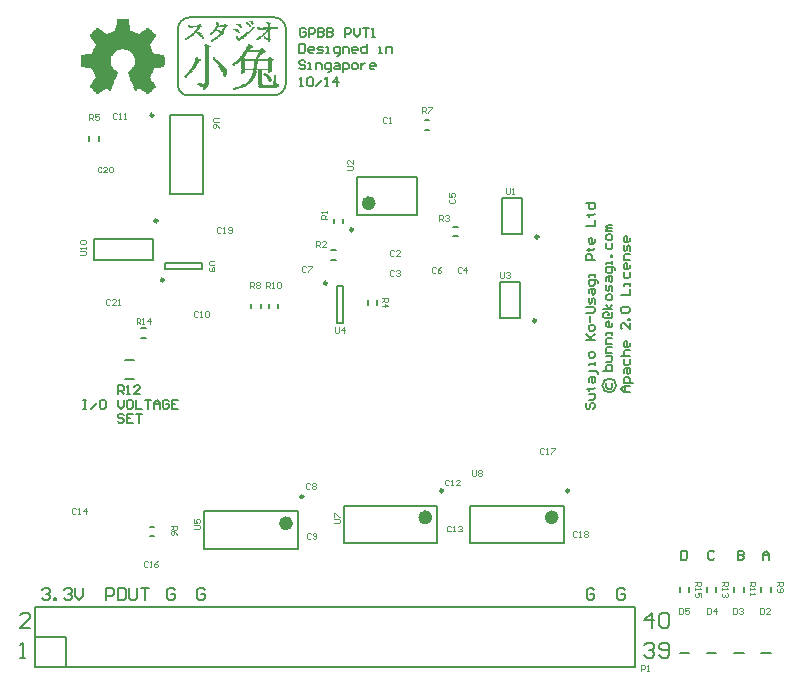
<source format=gto>
%FSLAX25Y25*%
%MOIN*%
G70*
G01*
G75*
G04 Layer_Color=65535*
%ADD10R,0.03937X0.03937*%
%ADD11O,0.02362X0.08661*%
%ADD12R,0.02559X0.04331*%
%ADD13R,0.03937X0.03543*%
%ADD14R,0.03543X0.03937*%
%ADD15R,0.05118X0.07087*%
%ADD16R,0.03937X0.04331*%
%ADD17R,0.03937X0.03937*%
%ADD18R,0.04331X0.02559*%
%ADD19O,0.01378X0.06693*%
%ADD20O,0.06693X0.01772*%
%ADD21R,0.09449X0.03937*%
%ADD22R,0.09449X0.12992*%
%ADD23C,0.03000*%
%ADD24C,0.00700*%
%ADD25C,0.01969*%
%ADD26C,0.05000*%
%ADD27C,0.00800*%
%ADD28C,0.04000*%
%ADD29C,0.02000*%
%ADD30C,0.00787*%
%ADD31C,0.01500*%
%ADD32C,0.01000*%
%ADD33C,0.02500*%
%ADD34C,0.01969*%
%ADD35R,0.05906X0.05906*%
%ADD36C,0.05906*%
%ADD37C,0.07874*%
%ADD38C,0.03000*%
%ADD39R,0.01181X0.04331*%
%ADD40R,0.02756X0.05906*%
%ADD41R,0.06299X0.12205*%
%ADD42C,0.00984*%
%ADD43C,0.02362*%
%ADD44C,0.00500*%
%ADD45R,0.00600X0.00200*%
%ADD46R,0.01000X0.00200*%
%ADD47R,0.01600X0.00200*%
%ADD48R,0.01400X0.00200*%
%ADD49R,0.02000X0.00200*%
%ADD50R,0.02600X0.00200*%
%ADD51R,0.02400X0.00200*%
%ADD52R,0.03000X0.00200*%
%ADD53R,0.03400X0.00200*%
%ADD54R,0.00400X0.00200*%
%ADD55R,0.04000X0.00200*%
%ADD56R,0.04400X0.00200*%
%ADD57R,0.06800X0.00200*%
%ADD58R,0.06600X0.00200*%
%ADD59R,0.07000X0.00200*%
%ADD60R,0.07200X0.00200*%
%ADD61R,0.07600X0.00200*%
%ADD62R,0.07400X0.00200*%
%ADD63R,0.08000X0.00200*%
%ADD64R,0.07800X0.00200*%
%ADD65R,0.08400X0.00200*%
%ADD66R,0.09200X0.00200*%
%ADD67R,0.10200X0.00200*%
%ADD68R,0.10000X0.00200*%
%ADD69R,0.09800X0.00200*%
%ADD70R,0.10400X0.00200*%
%ADD71R,0.09000X0.00200*%
%ADD72R,0.19000X0.00200*%
%ADD73R,0.18600X0.00200*%
%ADD74R,0.18200X0.00200*%
%ADD75R,0.18400X0.00200*%
%ADD76R,0.19200X0.00200*%
%ADD77R,0.19400X0.00200*%
%ADD78R,0.19800X0.00200*%
%ADD79R,0.20000X0.00200*%
%ADD80R,0.20200X0.00200*%
%ADD81R,0.20600X0.00200*%
%ADD82R,0.21000X0.00200*%
%ADD83R,0.21400X0.00200*%
%ADD84R,0.21800X0.00200*%
%ADD85R,0.22200X0.00200*%
%ADD86R,0.04800X0.00200*%
%ADD87R,0.08600X0.00200*%
%ADD88R,0.03800X0.00200*%
%ADD89R,0.05800X0.00200*%
%ADD90R,0.02800X0.00200*%
%ADD91R,0.05000X0.00200*%
%ADD92R,0.01800X0.00200*%
%ADD93R,0.04600X0.00200*%
%ADD94R,0.04200X0.00200*%
%ADD95R,0.00800X0.00200*%
%ADD96R,0.05400X0.00200*%
%ADD97R,0.02200X0.00200*%
%ADD98R,0.06400X0.00200*%
%ADD99R,0.03600X0.00200*%
%ADD100R,0.01200X0.00200*%
%ADD101R,0.11800X0.00200*%
%ADD102R,0.11600X0.00200*%
%ADD103R,0.00200X0.00200*%
%ADD104C,0.00492*%
%ADD105C,0.00600*%
D27*
X534181Y141032D02*
Y151150D01*
X727063Y148197D02*
X727896Y149030D01*
X729562D01*
X730395Y148197D01*
Y147364D01*
X729562Y146531D01*
X728729D01*
X729562D01*
X730395Y145698D01*
Y144865D01*
X729562Y144032D01*
X727896D01*
X727063Y144865D01*
X732061D02*
X732894Y144032D01*
X734561D01*
X735394Y144865D01*
Y148197D01*
X734561Y149030D01*
X732894D01*
X732061Y148197D01*
Y147364D01*
X732894Y146531D01*
X735394D01*
X729562Y154032D02*
Y159030D01*
X727063Y156531D01*
X730395D01*
X732061Y158197D02*
X732894Y159030D01*
X734561D01*
X735394Y158197D01*
Y154865D01*
X734561Y154032D01*
X732894D01*
X732061Y154865D01*
Y158197D01*
X522395Y154032D02*
X519063D01*
X522395Y157364D01*
Y158197D01*
X521562Y159030D01*
X519896D01*
X519063Y158197D01*
Y144032D02*
X520729D01*
X519896D01*
Y149030D01*
X519063Y148197D01*
D30*
X571592Y334986D02*
G03*
X575006Y331572I3414J0D01*
G01*
X575592Y357572D02*
G03*
X571592Y353572I0J-4000D01*
G01*
X607592D02*
G03*
X603592Y357572I-4000J0D01*
G01*
Y331572D02*
G03*
X607592Y335572I0J4000D01*
G01*
X543630Y276740D02*
Y283827D01*
X563315Y276740D02*
Y283827D01*
X543630Y276740D02*
X563315D01*
X543630Y283827D02*
X563315D01*
X567449Y275756D02*
X579654D01*
X567449Y273787D02*
X579654D01*
Y275756D01*
X567449Y273787D02*
Y275756D01*
X738905Y166110D02*
Y167685D01*
X742055Y166110D02*
Y167685D01*
X559378Y253906D02*
X560953D01*
X559378Y250756D02*
X560953D01*
X747961Y166110D02*
Y167685D01*
X751110Y166110D02*
Y167685D01*
X553866Y236976D02*
X557016D01*
X553866Y243276D02*
X557016D01*
X757016Y166110D02*
Y167685D01*
X760165Y166110D02*
Y167685D01*
X601898Y260598D02*
Y262173D01*
X605047Y260598D02*
Y262173D01*
X766071Y166110D02*
Y167685D01*
X769220Y166110D02*
X769220Y167685D01*
X738905Y145638D02*
X742055Y145638D01*
X747961Y145638D02*
X751110Y145638D01*
X757016Y145638D02*
X760165Y145638D01*
X766071Y145638D02*
X769220D01*
X724063Y141032D02*
Y161031D01*
X524063Y141032D02*
Y161031D01*
X724063D01*
X524063Y141032D02*
X724063D01*
X623551Y288945D02*
Y290520D01*
X626701Y288945D02*
Y290520D01*
X663315Y284614D02*
X664890D01*
X663315Y287764D02*
X664890D01*
X634969Y261779D02*
Y263354D01*
X638118Y261779D02*
Y263354D01*
X562134Y187764D02*
X563709D01*
X562134Y184614D02*
X563709Y184614D01*
X595992Y260598D02*
Y262173D01*
X599142Y260598D02*
Y262173D01*
X626504Y255677D02*
Y267882D01*
X624535Y255677D02*
Y267882D01*
Y255677D02*
X626504D01*
X624535Y267882D02*
X626504D01*
X580441Y180283D02*
Y192882D01*
X611543Y180283D02*
Y192882D01*
X580441Y180283D02*
X611543D01*
X580441Y192882D02*
X611543D01*
X626898Y182252D02*
Y194850D01*
X658000Y182252D02*
Y194850D01*
X626898Y182252D02*
X658000D01*
X626898Y194850D02*
X658000D01*
X669024Y182252D02*
Y194850D01*
X700126Y182252D02*
Y194850D01*
X669024Y182252D02*
X700126D01*
X669024Y194850D02*
X700126D01*
X631228Y291701D02*
X651307Y291701D01*
X631228Y304299D02*
X651307D01*
X631228Y291701D02*
X631228Y304299D01*
X651307Y291701D02*
Y304299D01*
X678866Y269457D02*
X685559D01*
X678866Y257252D02*
X685559D01*
X678866D02*
Y269457D01*
X685559Y257252D02*
Y269457D01*
X545205Y316504D02*
Y318079D01*
X542055Y316504D02*
Y318079D01*
X622764Y279890D02*
X624339D01*
X622764Y276740D02*
X624339D01*
X679654Y297409D02*
X686346D01*
X679654Y285205D02*
X686346D01*
X679654D02*
Y297409D01*
X686346Y285205D02*
Y297409D01*
X568827Y298590D02*
Y324969D01*
X579850Y298590D02*
Y324969D01*
X568827D02*
X579850D01*
X568827Y298590D02*
X579850D01*
X571592Y334986D02*
Y353572D01*
X575592Y357572D02*
X603592D01*
X607592Y335572D02*
Y353572D01*
X575006Y331572D02*
X603592D01*
X523945Y151150D02*
X534181D01*
X653866Y320047D02*
X655441D01*
X653866Y323197D02*
X655441D01*
X547567Y163354D02*
Y167290D01*
X549535D01*
X550191Y166634D01*
Y165322D01*
X549535Y164666D01*
X547567D01*
X551503Y167290D02*
Y163354D01*
X553471D01*
X554127Y164010D01*
Y166634D01*
X553471Y167290D01*
X551503D01*
X555438D02*
Y164010D01*
X556094Y163354D01*
X557406D01*
X558062Y164010D01*
Y167290D01*
X559374D02*
X561998D01*
X560686D01*
Y163354D01*
X526307Y166634D02*
X526963Y167290D01*
X528275D01*
X528931Y166634D01*
Y165978D01*
X528275Y165322D01*
X527619D01*
X528275D01*
X528931Y164666D01*
Y164010D01*
X528275Y163354D01*
X526963D01*
X526307Y164010D01*
X530243Y163354D02*
Y164010D01*
X530899D01*
Y163354D01*
X530243D01*
X533523Y166634D02*
X534179Y167290D01*
X535491D01*
X536146Y166634D01*
Y165978D01*
X535491Y165322D01*
X534834D01*
X535491D01*
X536146Y164666D01*
Y164010D01*
X535491Y163354D01*
X534179D01*
X533523Y164010D01*
X537458Y167290D02*
Y164666D01*
X538770Y163354D01*
X540082Y164666D01*
Y167290D01*
X580506Y166634D02*
X579850Y167290D01*
X578538D01*
X577882Y166634D01*
Y164010D01*
X578538Y163354D01*
X579850D01*
X580506Y164010D01*
Y165322D01*
X579194D01*
X570663Y166634D02*
X570007Y167290D01*
X568695D01*
X568039Y166634D01*
Y164010D01*
X568695Y163354D01*
X570007D01*
X570663Y164010D01*
Y165322D01*
X569351D01*
X710427Y166634D02*
X709771Y167290D01*
X708459D01*
X707803Y166634D01*
Y164010D01*
X708459Y163354D01*
X709771D01*
X710427Y164010D01*
Y165322D01*
X709115D01*
X720663Y166634D02*
X720007Y167290D01*
X718695D01*
X718039Y166634D01*
Y164010D01*
X718695Y163354D01*
X720007D01*
X720663Y164010D01*
Y165322D01*
X719351D01*
D42*
X564811Y289732D02*
G03*
X564811Y289732I-492J0D01*
G01*
X566858Y270047D02*
G03*
X566858Y270047I-492J0D01*
G01*
X621287Y268965D02*
G03*
X621287Y268965I-492J0D01*
G01*
X613413Y197803D02*
G03*
X613413Y197803I-492J0D01*
G01*
X659870Y199772D02*
G03*
X659870Y199772I-492J0D01*
G01*
X701996D02*
G03*
X701996Y199772I-492J0D01*
G01*
X629949Y286779D02*
G03*
X629949Y286779I-492J0D01*
G01*
X690972Y256465D02*
G03*
X690972Y256465I-492J0D01*
G01*
X691760Y284417D02*
G03*
X691760Y284417I-492J0D01*
G01*
X563413Y324969D02*
G03*
X563413Y324969I-492J0D01*
G01*
D43*
X608787Y188945D02*
G03*
X608787Y188945I-1181J0D01*
G01*
X655244Y190913D02*
G03*
X655244Y190913I-1181J0D01*
G01*
X697370D02*
G03*
X697370Y190913I-1181J0D01*
G01*
X636346Y295638D02*
G03*
X636346Y295638I-1181J0D01*
G01*
D44*
X717678Y234878D02*
G03*
X717678Y234878I-2296J0D01*
G01*
X722272Y232646D02*
X720272D01*
X719273Y233645D01*
X720272Y234645D01*
X722272D01*
X720772D01*
Y232646D01*
X723271Y235645D02*
X720272D01*
Y237144D01*
X720772Y237644D01*
X721772D01*
X722272Y237144D01*
Y235645D01*
X720272Y239144D02*
Y240143D01*
X720772Y240643D01*
X722272D01*
Y239144D01*
X721772Y238644D01*
X721272Y239144D01*
Y240643D01*
X720272Y243642D02*
Y242143D01*
X720772Y241643D01*
X721772D01*
X722272Y242143D01*
Y243642D01*
X719273Y244642D02*
X722272D01*
X720772D01*
X720272Y245142D01*
Y246141D01*
X720772Y246641D01*
X722272D01*
Y249140D02*
Y248141D01*
X721772Y247641D01*
X720772D01*
X720272Y248141D01*
Y249140D01*
X720772Y249640D01*
X721272D01*
Y247641D01*
X722272Y255638D02*
Y253639D01*
X720272Y255638D01*
X719772D01*
X719273Y255138D01*
Y254139D01*
X719772Y253639D01*
X722272Y256638D02*
X721772D01*
Y257138D01*
X722272D01*
Y256638D01*
X719772Y259137D02*
X719273Y259637D01*
Y260637D01*
X719772Y261137D01*
X721772D01*
X722272Y260637D01*
Y259637D01*
X721772Y259137D01*
X719772D01*
X719273Y265135D02*
X722272D01*
Y267134D01*
Y268134D02*
Y269134D01*
Y268634D01*
X720272D01*
Y268134D01*
Y272633D02*
Y271133D01*
X720772Y270633D01*
X721772D01*
X722272Y271133D01*
Y272633D01*
Y275132D02*
Y274132D01*
X721772Y273632D01*
X720772D01*
X720272Y274132D01*
Y275132D01*
X720772Y275632D01*
X721272D01*
Y273632D01*
X722272Y276631D02*
X720272D01*
Y278131D01*
X720772Y278631D01*
X722272D01*
Y279630D02*
Y281130D01*
X721772Y281630D01*
X721272Y281130D01*
Y280130D01*
X720772Y279630D01*
X720272Y280130D01*
Y281630D01*
X722272Y284129D02*
Y283129D01*
X721772Y282629D01*
X720772D01*
X720272Y283129D01*
Y284129D01*
X720772Y284629D01*
X721272D01*
Y282629D01*
X714367Y235826D02*
Y234327D01*
X714867Y233827D01*
X715866D01*
X716366Y234327D01*
Y235826D01*
X713367Y239825D02*
X716366D01*
Y241324D01*
X715866Y241824D01*
X715367D01*
X714867D01*
X714367Y241324D01*
Y239825D01*
Y242824D02*
X715866D01*
X716366Y243324D01*
Y244823D01*
X714367D01*
X716366Y245823D02*
X714367D01*
Y247322D01*
X714867Y247822D01*
X716366D01*
Y248822D02*
X714367D01*
Y250322D01*
X714867Y250821D01*
X716366D01*
Y251821D02*
Y252821D01*
Y252321D01*
X714367D01*
Y251821D01*
X716366Y255820D02*
Y254820D01*
X715866Y254320D01*
X714867D01*
X714367Y254820D01*
Y255820D01*
X714867Y256319D01*
X715367D01*
Y254320D01*
Y258819D02*
X714867D01*
Y258319D01*
X715367D01*
Y258819D01*
X714867Y259318D01*
X713867D01*
X713367Y258819D01*
Y257819D01*
X713867Y257319D01*
X715866D01*
X716366Y257819D01*
Y259318D01*
Y260318D02*
X713367D01*
X715367D02*
X714367Y261818D01*
X715367Y260318D02*
X716366Y261818D01*
Y263817D02*
Y264817D01*
X715866Y265317D01*
X714867D01*
X714367Y264817D01*
Y263817D01*
X714867Y263317D01*
X715866D01*
X716366Y263817D01*
Y266316D02*
Y267816D01*
X715866Y268316D01*
X715367Y267816D01*
Y266816D01*
X714867Y266316D01*
X714367Y266816D01*
Y268316D01*
Y269815D02*
Y270815D01*
X714867Y271315D01*
X716366D01*
Y269815D01*
X715866Y269315D01*
X715367Y269815D01*
Y271315D01*
X717366Y273314D02*
Y273814D01*
X716866Y274314D01*
X714367D01*
Y272814D01*
X714867Y272314D01*
X715866D01*
X716366Y272814D01*
Y274314D01*
Y275313D02*
Y276313D01*
Y275813D01*
X714367D01*
Y275313D01*
X716366Y277813D02*
X715866D01*
Y278312D01*
X716366D01*
Y277813D01*
X714367Y282311D02*
Y280812D01*
X714867Y280312D01*
X715866D01*
X716366Y280812D01*
Y282311D01*
Y283811D02*
Y284810D01*
X715866Y285310D01*
X714867D01*
X714367Y284810D01*
Y283811D01*
X714867Y283311D01*
X715866D01*
X716366Y283811D01*
Y286310D02*
X714367D01*
Y286810D01*
X714867Y287310D01*
X716366D01*
X714867D01*
X714367Y287809D01*
X714867Y288309D01*
X716366D01*
X708060Y229133D02*
X707560Y228633D01*
Y227634D01*
X708060Y227134D01*
X708560D01*
X709059Y227634D01*
Y228633D01*
X709559Y229133D01*
X710059D01*
X710559Y228633D01*
Y227634D01*
X710059Y227134D01*
X708560Y230133D02*
X710059D01*
X710559Y230633D01*
Y232132D01*
X708560D01*
X708060Y233632D02*
X708560D01*
Y233132D01*
Y234132D01*
Y233632D01*
X710059D01*
X710559Y234132D01*
X708560Y236131D02*
Y237131D01*
X709059Y237631D01*
X710559D01*
Y236131D01*
X710059Y235631D01*
X709559Y236131D01*
Y237631D01*
X711559Y238630D02*
Y239130D01*
X711059Y239630D01*
X708560D01*
X710559Y241629D02*
Y242629D01*
Y242129D01*
X708560D01*
Y241629D01*
X710559Y244628D02*
Y245628D01*
X710059Y246128D01*
X709059D01*
X708560Y245628D01*
Y244628D01*
X709059Y244128D01*
X710059D01*
X710559Y244628D01*
X707560Y250126D02*
X710559D01*
X709559D01*
X707560Y252126D01*
X709059Y250626D01*
X710559Y252126D01*
Y253625D02*
Y254625D01*
X710059Y255125D01*
X709059D01*
X708560Y254625D01*
Y253625D01*
X709059Y253126D01*
X710059D01*
X710559Y253625D01*
X709059Y256124D02*
Y258124D01*
X707560Y259123D02*
X710059D01*
X710559Y259623D01*
Y260623D01*
X710059Y261123D01*
X707560D01*
X710559Y262123D02*
Y263622D01*
X710059Y264122D01*
X709559Y263622D01*
Y262622D01*
X709059Y262123D01*
X708560Y262622D01*
Y264122D01*
Y265621D02*
Y266621D01*
X709059Y267121D01*
X710559D01*
Y265621D01*
X710059Y265122D01*
X709559Y265621D01*
Y267121D01*
X711559Y269120D02*
Y269620D01*
X711059Y270120D01*
X708560D01*
Y268620D01*
X709059Y268121D01*
X710059D01*
X710559Y268620D01*
Y270120D01*
Y271120D02*
Y272119D01*
Y271620D01*
X708560D01*
Y271120D01*
X710559Y276618D02*
X707560D01*
Y278117D01*
X708060Y278617D01*
X709059D01*
X709559Y278117D01*
Y276618D01*
X708060Y280117D02*
X708560D01*
Y279617D01*
Y280617D01*
Y280117D01*
X710059D01*
X710559Y280617D01*
Y283616D02*
Y282616D01*
X710059Y282116D01*
X709059D01*
X708560Y282616D01*
Y283616D01*
X709059Y284115D01*
X709559D01*
Y282116D01*
X707560Y288114D02*
X710559D01*
Y290113D01*
X708060Y291613D02*
X708560D01*
Y291113D01*
Y292113D01*
Y291613D01*
X710059D01*
X710559Y292113D01*
X707560Y295612D02*
X710559D01*
Y294112D01*
X710059Y293612D01*
X709059D01*
X708560Y294112D01*
Y295612D01*
X612134Y334614D02*
X613133D01*
X612634D01*
Y337613D01*
X612134Y337113D01*
X614633D02*
X615133Y337613D01*
X616133D01*
X616632Y337113D01*
Y335114D01*
X616133Y334614D01*
X615133D01*
X614633Y335114D01*
Y337113D01*
X617632Y334614D02*
X619631Y336613D01*
X620631Y334614D02*
X621631D01*
X621131D01*
Y337613D01*
X620631Y337113D01*
X624630Y334614D02*
Y337613D01*
X623130Y336114D01*
X625130D01*
X614133Y353649D02*
X613633Y354149D01*
X612634D01*
X612134Y353649D01*
Y351649D01*
X612634Y351150D01*
X613633D01*
X614133Y351649D01*
Y352649D01*
X613133D01*
X615133Y351150D02*
Y354149D01*
X616632D01*
X617132Y353649D01*
Y352649D01*
X616632Y352149D01*
X615133D01*
X618132Y354149D02*
Y351150D01*
X619631D01*
X620131Y351649D01*
Y352149D01*
X619631Y352649D01*
X618132D01*
X619631D01*
X620131Y353149D01*
Y353649D01*
X619631Y354149D01*
X618132D01*
X621131D02*
Y351150D01*
X622631D01*
X623130Y351649D01*
Y352149D01*
X622631Y352649D01*
X621131D01*
X622631D01*
X623130Y353149D01*
Y353649D01*
X622631Y354149D01*
X621131D01*
X627129Y351150D02*
Y354149D01*
X628628D01*
X629128Y353649D01*
Y352649D01*
X628628Y352149D01*
X627129D01*
X630128Y354149D02*
Y352149D01*
X631128Y351150D01*
X632127Y352149D01*
Y354149D01*
X633127D02*
X635126D01*
X634127D01*
Y351150D01*
X636126D02*
X637126D01*
X636626D01*
Y354149D01*
X636126Y353649D01*
X612035Y348735D02*
Y345736D01*
X613535D01*
X614035Y346236D01*
Y348235D01*
X613535Y348735D01*
X612035D01*
X616534Y345736D02*
X615534D01*
X615034Y346236D01*
Y347236D01*
X615534Y347736D01*
X616534D01*
X617034Y347236D01*
Y346736D01*
X615034D01*
X618034Y345736D02*
X619533D01*
X620033Y346236D01*
X619533Y346736D01*
X618533D01*
X618034Y347236D01*
X618533Y347736D01*
X620033D01*
X621032Y345736D02*
X622032D01*
X621532D01*
Y347736D01*
X621032D01*
X624531Y344737D02*
X625031D01*
X625531Y345236D01*
Y347736D01*
X624032D01*
X623532Y347236D01*
Y346236D01*
X624032Y345736D01*
X625531D01*
X626531D02*
Y347736D01*
X628030D01*
X628530Y347236D01*
Y345736D01*
X631029D02*
X630030D01*
X629530Y346236D01*
Y347236D01*
X630030Y347736D01*
X631029D01*
X631529Y347236D01*
Y346736D01*
X629530D01*
X634528Y348735D02*
Y345736D01*
X633029D01*
X632529Y346236D01*
Y347236D01*
X633029Y347736D01*
X634528D01*
X638527Y345736D02*
X639527D01*
X639027D01*
Y347736D01*
X638527D01*
X641026Y345736D02*
Y347736D01*
X642526D01*
X643025Y347236D01*
Y345736D01*
X614035Y342724D02*
X613535Y343223D01*
X612535D01*
X612035Y342724D01*
Y342224D01*
X612535Y341724D01*
X613535D01*
X614035Y341224D01*
Y340724D01*
X613535Y340224D01*
X612535D01*
X612035Y340724D01*
X615034Y340224D02*
X616034D01*
X615534D01*
Y342224D01*
X615034D01*
X617534Y340224D02*
Y342224D01*
X619033D01*
X619533Y341724D01*
Y340224D01*
X621532Y339225D02*
X622032D01*
X622532Y339724D01*
Y342224D01*
X621032D01*
X620533Y341724D01*
Y340724D01*
X621032Y340224D01*
X622532D01*
X624032Y342224D02*
X625031D01*
X625531Y341724D01*
Y340224D01*
X624032D01*
X623532Y340724D01*
X624032Y341224D01*
X625531D01*
X626531Y339225D02*
Y342224D01*
X628030D01*
X628530Y341724D01*
Y340724D01*
X628030Y340224D01*
X626531D01*
X630030D02*
X631029D01*
X631529Y340724D01*
Y341724D01*
X631029Y342224D01*
X630030D01*
X629530Y341724D01*
Y340724D01*
X630030Y340224D01*
X632529Y342224D02*
Y340224D01*
Y341224D01*
X633029Y341724D01*
X633529Y342224D01*
X634028D01*
X637027Y340224D02*
X636028D01*
X635528Y340724D01*
Y341724D01*
X636028Y342224D01*
X637027D01*
X637527Y341724D01*
Y341224D01*
X635528D01*
D45*
X544826Y331931D02*
D03*
X561626D02*
D03*
X604092Y336272D02*
D03*
Y336472D02*
D03*
Y336672D02*
D03*
Y336872D02*
D03*
Y337072D02*
D03*
Y337272D02*
D03*
Y337472D02*
D03*
X587292Y337672D02*
D03*
X604092D02*
D03*
Y337872D02*
D03*
X600492Y338672D02*
D03*
X602092Y339072D02*
D03*
X583492Y343872D02*
D03*
X602292Y344072D02*
D03*
X580892Y348272D02*
D03*
X595292Y348472D02*
D03*
X591892Y349672D02*
D03*
X579892Y350472D02*
D03*
X602092D02*
D03*
Y350672D02*
D03*
Y350872D02*
D03*
Y351072D02*
D03*
Y351272D02*
D03*
Y351472D02*
D03*
Y351672D02*
D03*
X582692Y351872D02*
D03*
X602092D02*
D03*
X582892Y352072D02*
D03*
X602092D02*
D03*
X583092Y352272D02*
D03*
X602092D02*
D03*
X583292Y352472D02*
D03*
X602092D02*
D03*
Y352672D02*
D03*
X583692Y352872D02*
D03*
X596292Y353472D02*
D03*
X584292Y353672D02*
D03*
X596492D02*
D03*
X575892Y353872D02*
D03*
X596692D02*
D03*
X592692Y354072D02*
D03*
X602092D02*
D03*
Y354272D02*
D03*
Y354472D02*
D03*
X595492Y354672D02*
D03*
X602092D02*
D03*
X587292Y354872D02*
D03*
X602092D02*
D03*
Y355072D02*
D03*
X596492Y355272D02*
D03*
X584692Y355672D02*
D03*
D46*
X544826Y332131D02*
D03*
X561626D02*
D03*
X548826Y333331D02*
D03*
X557626D02*
D03*
X544826Y353531D02*
D03*
X561626D02*
D03*
X590692Y333472D02*
D03*
X580492Y333672D02*
D03*
X604092Y335472D02*
D03*
Y335672D02*
D03*
Y335872D02*
D03*
X602292Y336272D02*
D03*
X574292Y337672D02*
D03*
X574492Y337872D02*
D03*
X574692Y338072D02*
D03*
X587292D02*
D03*
X574892Y338272D02*
D03*
X575092Y338472D02*
D03*
X600692D02*
D03*
X575292Y338672D02*
D03*
X575492Y338872D02*
D03*
X593292D02*
D03*
X575892Y339472D02*
D03*
X576092Y339672D02*
D03*
X597292D02*
D03*
X597492Y340672D02*
D03*
Y340872D02*
D03*
Y341072D02*
D03*
Y341272D02*
D03*
Y341472D02*
D03*
X590292Y341672D02*
D03*
X597492D02*
D03*
X590492Y341872D02*
D03*
X597492D02*
D03*
X584292Y343072D02*
D03*
X584092Y343272D02*
D03*
X583892Y343472D02*
D03*
X578092Y343672D02*
D03*
X598292Y344072D02*
D03*
X598492Y344472D02*
D03*
X598692Y344672D02*
D03*
X581092Y348072D02*
D03*
X583292Y349672D02*
D03*
X583692Y349872D02*
D03*
X591892D02*
D03*
X583892Y350072D02*
D03*
X574692Y350272D02*
D03*
X584292D02*
D03*
X598492D02*
D03*
X574892Y350472D02*
D03*
X584492D02*
D03*
X600892D02*
D03*
X575292Y350672D02*
D03*
X584692D02*
D03*
X599092D02*
D03*
X575692Y350872D02*
D03*
X579692D02*
D03*
X599292D02*
D03*
X575892Y351072D02*
D03*
X579692D02*
D03*
X576292Y351272D02*
D03*
X579492D02*
D03*
X576492Y351472D02*
D03*
X579292D02*
D03*
X594092D02*
D03*
X576692Y351672D02*
D03*
X579092D02*
D03*
X594292D02*
D03*
X576892Y351872D02*
D03*
X594692D02*
D03*
X577092Y352072D02*
D03*
X578492D02*
D03*
X594892D02*
D03*
X595092Y352272D02*
D03*
X595292Y352472D02*
D03*
X577692Y352672D02*
D03*
X591692D02*
D03*
X577892Y352872D02*
D03*
X591492D02*
D03*
X578092Y353072D02*
D03*
X578292Y353472D02*
D03*
X586892D02*
D03*
X590692D02*
D03*
X578492Y353672D02*
D03*
X578692Y354072D02*
D03*
X587292Y354272D02*
D03*
X592492Y354472D02*
D03*
X592292Y354672D02*
D03*
X585092Y355072D02*
D03*
X591692D02*
D03*
X595292D02*
D03*
X585092Y355272D02*
D03*
X595092D02*
D03*
X602092D02*
D03*
X584892Y355472D02*
D03*
X601692Y355672D02*
D03*
D47*
X544926Y332331D02*
D03*
X580592Y334072D02*
D03*
X599192Y334872D02*
D03*
X594392Y335072D02*
D03*
X598992D02*
D03*
X604192D02*
D03*
X578792Y335272D02*
D03*
X594792D02*
D03*
X594992Y335472D02*
D03*
X595192Y335672D02*
D03*
X601992Y337072D02*
D03*
Y337272D02*
D03*
X601792Y337472D02*
D03*
X601592Y337672D02*
D03*
X601392Y337872D02*
D03*
X587192Y338672D02*
D03*
Y338872D02*
D03*
Y339072D02*
D03*
X586192Y340872D02*
D03*
X585992Y341272D02*
D03*
X585792Y341472D02*
D03*
X585592Y341672D02*
D03*
X585392Y341872D02*
D03*
X577592Y342072D02*
D03*
X577792Y342472D02*
D03*
X577992Y342672D02*
D03*
X599592Y346472D02*
D03*
X594792Y346672D02*
D03*
X594992Y346872D02*
D03*
X595192Y347072D02*
D03*
X581392Y347472D02*
D03*
X595592Y347872D02*
D03*
X591992Y350072D02*
D03*
X601592Y350272D02*
D03*
X585992Y351672D02*
D03*
X586192Y351872D02*
D03*
X585992Y352472D02*
D03*
X601592Y352872D02*
D03*
X575992Y354072D02*
D03*
X584992Y354272D02*
D03*
X578592Y354672D02*
D03*
D48*
X561626Y332331D02*
D03*
X548626Y333531D02*
D03*
X557826D02*
D03*
X544826Y353331D02*
D03*
X561626D02*
D03*
X580492Y333872D02*
D03*
X581092Y335272D02*
D03*
X598892D02*
D03*
X604092D02*
D03*
X595492Y335872D02*
D03*
X595692Y336072D02*
D03*
X595892Y336272D02*
D03*
Y336472D02*
D03*
X596092Y336672D02*
D03*
X596292Y336872D02*
D03*
X602092D02*
D03*
X596492Y337272D02*
D03*
X596692Y337672D02*
D03*
X601092Y338072D02*
D03*
X600892Y338272D02*
D03*
X587292Y338472D02*
D03*
X576892Y340872D02*
D03*
X577292Y341472D02*
D03*
X577492Y341872D02*
D03*
X585292Y342072D02*
D03*
X577692Y342272D02*
D03*
X585092D02*
D03*
X591292Y342472D02*
D03*
X591492Y342672D02*
D03*
X578092Y343472D02*
D03*
X592892Y343872D02*
D03*
X593092Y344272D02*
D03*
X593292Y344472D02*
D03*
X593492Y344672D02*
D03*
X593692Y344872D02*
D03*
Y345072D02*
D03*
X593892Y345272D02*
D03*
X599092D02*
D03*
X594092Y345472D02*
D03*
X599292D02*
D03*
X594092Y345672D02*
D03*
X594292Y345872D02*
D03*
X594692Y346472D02*
D03*
X581292Y347272D02*
D03*
Y347872D02*
D03*
X595492Y348072D02*
D03*
X601692Y350072D02*
D03*
X577692Y352472D02*
D03*
X585092Y352872D02*
D03*
X601692Y353072D02*
D03*
X590892Y353272D02*
D03*
X591892Y354872D02*
D03*
X601892Y355472D02*
D03*
D49*
X544926Y332531D02*
D03*
X561526D02*
D03*
X544926Y353131D02*
D03*
X591592Y333872D02*
D03*
X592192Y334072D02*
D03*
X592792Y334272D02*
D03*
X604192Y334872D02*
D03*
X578192Y342872D02*
D03*
Y343072D02*
D03*
X599792Y345872D02*
D03*
X595592Y347672D02*
D03*
X591992Y350272D02*
D03*
X577792Y352272D02*
D03*
X585792Y352672D02*
D03*
X584392Y353072D02*
D03*
D50*
X545026Y332731D02*
D03*
D51*
X561526D02*
D03*
X544926Y352931D02*
D03*
X561526D02*
D03*
X580392Y334472D02*
D03*
X592192Y350472D02*
D03*
X599592Y353472D02*
D03*
X586792Y354672D02*
D03*
D52*
X545026Y332931D02*
D03*
X561426D02*
D03*
X545026Y352731D02*
D03*
X580292Y334672D02*
D03*
X576692Y354272D02*
D03*
D53*
X545026Y333131D02*
D03*
X561426D02*
D03*
X545026Y352531D02*
D03*
X561426D02*
D03*
X553226Y356731D02*
D03*
D54*
X548926Y333131D02*
D03*
X557526D02*
D03*
X544726Y353731D02*
D03*
X561726D02*
D03*
X602192Y335872D02*
D03*
X592992Y338672D02*
D03*
X590192Y341472D02*
D03*
X577792Y344072D02*
D03*
X601792Y349472D02*
D03*
X574392Y350072D02*
D03*
X591192Y350672D02*
D03*
Y350872D02*
D03*
X582592Y351672D02*
D03*
X596792Y354072D02*
D03*
X598392D02*
D03*
X595592Y354472D02*
D03*
X575192Y354672D02*
D03*
X578792Y354872D02*
D03*
X594592Y355672D02*
D03*
D55*
X545126Y333331D02*
D03*
X561326D02*
D03*
X553326Y355931D02*
D03*
D56*
X545126Y333531D02*
D03*
X561326D02*
D03*
X545126Y352131D02*
D03*
X561326D02*
D03*
X553326Y354731D02*
D03*
X577192Y354472D02*
D03*
D57*
X546126Y333731D02*
D03*
X547126Y336531D02*
D03*
X559326D02*
D03*
X547326Y336931D02*
D03*
X559126D02*
D03*
X547526Y337131D02*
D03*
Y337331D02*
D03*
X558926D02*
D03*
X547526Y337531D02*
D03*
X558926D02*
D03*
X553326Y352531D02*
D03*
X601792Y334672D02*
D03*
X597192Y346272D02*
D03*
D58*
X560426Y333731D02*
D03*
X559026Y337131D02*
D03*
X601692Y334472D02*
D03*
D59*
X546026Y333931D02*
D03*
X560426D02*
D03*
X559826Y335731D02*
D03*
X546826Y335931D02*
D03*
X559626D02*
D03*
X546826Y336131D02*
D03*
X559626D02*
D03*
X547026Y336331D02*
D03*
X559426D02*
D03*
X547226Y336731D02*
D03*
X559226D02*
D03*
X597292Y346072D02*
D03*
X601692Y353672D02*
D03*
D60*
X545926Y334131D02*
D03*
X560526D02*
D03*
X546326Y335131D02*
D03*
X560126D02*
D03*
X546526Y335331D02*
D03*
Y335531D02*
D03*
X559926D02*
D03*
X546726Y335731D02*
D03*
X547526Y337731D02*
D03*
X558926D02*
D03*
X547526Y337931D02*
D03*
X558926D02*
D03*
X546726Y339931D02*
D03*
X559726D02*
D03*
X546726Y340131D02*
D03*
X559926D02*
D03*
X546526Y345331D02*
D03*
X559926D02*
D03*
X546726Y345531D02*
D03*
X559726D02*
D03*
X546926Y345731D02*
D03*
D61*
X545926Y334331D02*
D03*
X560526D02*
D03*
X547526Y338331D02*
D03*
X558926D02*
D03*
X547526Y338531D02*
D03*
X558926D02*
D03*
X547126Y339531D02*
D03*
X559326D02*
D03*
X546926Y339731D02*
D03*
X547126Y346131D02*
D03*
X559326D02*
D03*
D62*
X546026Y334531D02*
D03*
X560426D02*
D03*
X546226Y334731D02*
D03*
X560426D02*
D03*
X546226Y334931D02*
D03*
X560226D02*
D03*
X560026Y335331D02*
D03*
X547626Y338131D02*
D03*
X559026D02*
D03*
X559626Y339731D02*
D03*
X546426Y340331D02*
D03*
X560026D02*
D03*
X559626Y345731D02*
D03*
X547026Y345931D02*
D03*
X559426D02*
D03*
D63*
X547526Y338731D02*
D03*
X558926D02*
D03*
X547526Y338931D02*
D03*
X558926D02*
D03*
X547526Y339131D02*
D03*
X559126D02*
D03*
X545926Y345131D02*
D03*
X560526D02*
D03*
D64*
X547226Y339331D02*
D03*
X559226D02*
D03*
X547426Y346331D02*
D03*
X559026D02*
D03*
X553226Y352331D02*
D03*
D65*
X545726Y340531D02*
D03*
X560726D02*
D03*
X547726Y346531D02*
D03*
X558726D02*
D03*
D66*
X545126Y340731D02*
D03*
X561326D02*
D03*
X558326Y346731D02*
D03*
D67*
X544626Y340931D02*
D03*
X561826D02*
D03*
X544426Y341131D02*
D03*
X562026D02*
D03*
X544426Y341331D02*
D03*
X562026D02*
D03*
X544426Y341531D02*
D03*
Y344131D02*
D03*
X562026D02*
D03*
X544426Y344331D02*
D03*
X562026D02*
D03*
Y344531D02*
D03*
X597892Y339872D02*
D03*
Y340072D02*
D03*
D68*
X562126Y341531D02*
D03*
X544326Y341731D02*
D03*
X562126D02*
D03*
X544326Y341931D02*
D03*
X562126D02*
D03*
X544326Y342131D02*
D03*
X562126D02*
D03*
X544326Y342331D02*
D03*
X562126D02*
D03*
X544326Y342531D02*
D03*
Y342731D02*
D03*
Y342931D02*
D03*
Y343131D02*
D03*
X562126D02*
D03*
X544326Y343331D02*
D03*
X562126D02*
D03*
X544326Y343531D02*
D03*
X562126D02*
D03*
X544326Y343731D02*
D03*
X562126D02*
D03*
X544326Y343931D02*
D03*
X562126D02*
D03*
X544726Y344731D02*
D03*
X561726D02*
D03*
D69*
X562226Y342531D02*
D03*
Y342731D02*
D03*
Y342931D02*
D03*
X553226Y351931D02*
D03*
D70*
X544526Y344531D02*
D03*
D71*
X545426Y344931D02*
D03*
X561226D02*
D03*
X548226Y346731D02*
D03*
D72*
X553226Y346931D02*
D03*
Y347131D02*
D03*
Y348931D02*
D03*
D73*
Y347331D02*
D03*
Y347531D02*
D03*
Y348731D02*
D03*
D74*
Y347731D02*
D03*
Y347931D02*
D03*
Y348131D02*
D03*
Y348331D02*
D03*
D75*
X553326Y348531D02*
D03*
D76*
Y349131D02*
D03*
D77*
X553226Y349331D02*
D03*
D78*
Y349531D02*
D03*
D79*
X553326Y349731D02*
D03*
D80*
X553226Y349931D02*
D03*
D81*
Y350131D02*
D03*
D82*
Y350331D02*
D03*
Y350531D02*
D03*
D83*
Y350731D02*
D03*
Y351731D02*
D03*
D84*
Y350931D02*
D03*
Y351131D02*
D03*
Y351531D02*
D03*
D85*
Y351331D02*
D03*
D86*
X545126Y351931D02*
D03*
X561326D02*
D03*
X553326Y353731D02*
D03*
D87*
X553226Y352131D02*
D03*
D88*
X545026Y352331D02*
D03*
X561426D02*
D03*
X553226Y356131D02*
D03*
Y356331D02*
D03*
Y356531D02*
D03*
X579892Y335072D02*
D03*
D89*
X553226Y352731D02*
D03*
X601692Y334072D02*
D03*
D90*
X561526Y352731D02*
D03*
D91*
X553226Y352931D02*
D03*
Y353131D02*
D03*
Y353331D02*
D03*
Y353531D02*
D03*
X602492Y353872D02*
D03*
D92*
X561626Y353131D02*
D03*
X591092Y333672D02*
D03*
X593292Y334472D02*
D03*
X593692Y334672D02*
D03*
X594092Y334872D02*
D03*
X587092Y339272D02*
D03*
Y339472D02*
D03*
X586892Y339672D02*
D03*
Y339872D02*
D03*
X586692Y340072D02*
D03*
Y340272D02*
D03*
X586492Y340472D02*
D03*
X586292Y340672D02*
D03*
X586092Y341072D02*
D03*
X578292Y343272D02*
D03*
X592892Y343672D02*
D03*
X599492Y345672D02*
D03*
X595292Y347272D02*
D03*
X595492Y347472D02*
D03*
X581492Y347672D02*
D03*
D93*
X553226Y353931D02*
D03*
Y354131D02*
D03*
Y354331D02*
D03*
Y354531D02*
D03*
D94*
Y354931D02*
D03*
Y355131D02*
D03*
Y355331D02*
D03*
Y355531D02*
D03*
Y355731D02*
D03*
D95*
X580392Y333472D02*
D03*
X602192Y336072D02*
D03*
X603992D02*
D03*
X574192Y337472D02*
D03*
X587192Y337872D02*
D03*
X583592Y343672D02*
D03*
X597992D02*
D03*
X577992Y343872D02*
D03*
X598192D02*
D03*
X602392D02*
D03*
X598392Y344272D02*
D03*
X599592Y346872D02*
D03*
X595392Y348272D02*
D03*
X582992Y349472D02*
D03*
X601792Y349672D02*
D03*
X598192Y350072D02*
D03*
X598792Y350472D02*
D03*
X579792Y350672D02*
D03*
X600592D02*
D03*
X584992Y350872D02*
D03*
X585192Y351072D02*
D03*
X599592D02*
D03*
X585392Y351272D02*
D03*
X599792D02*
D03*
X585592Y351472D02*
D03*
X599992D02*
D03*
X600192Y351672D02*
D03*
X600392Y351872D02*
D03*
X600592Y352072D02*
D03*
X600792Y352272D02*
D03*
X591792Y352472D02*
D03*
X600992D02*
D03*
X583592Y352672D02*
D03*
X595592D02*
D03*
X601192D02*
D03*
X586592Y352872D02*
D03*
X595792D02*
D03*
X586592Y353072D02*
D03*
X595992D02*
D03*
X578192Y353272D02*
D03*
X583992D02*
D03*
X586792D02*
D03*
X596192D02*
D03*
X598992D02*
D03*
X584192Y353472D02*
D03*
X586992Y353672D02*
D03*
X578592Y353872D02*
D03*
X584392D02*
D03*
X587192D02*
D03*
X598592D02*
D03*
X584592Y354072D02*
D03*
X587192D02*
D03*
X592592Y354272D02*
D03*
X584792Y354672D02*
D03*
X584992Y354872D02*
D03*
X595392D02*
D03*
X594792Y355472D02*
D03*
X596392D02*
D03*
X596192Y355672D02*
D03*
X595792Y356072D02*
D03*
D96*
X601692Y333872D02*
D03*
D97*
X580492Y334272D02*
D03*
D98*
X601792D02*
D03*
D99*
X579992Y334872D02*
D03*
X586192Y354472D02*
D03*
D100*
X581192Y335472D02*
D03*
X598792D02*
D03*
X581192Y335672D02*
D03*
X598792D02*
D03*
X581192Y335872D02*
D03*
X598792D02*
D03*
X581192Y336072D02*
D03*
X598792D02*
D03*
X581192Y336272D02*
D03*
X598792D02*
D03*
X581192Y336472D02*
D03*
X598792D02*
D03*
X602192D02*
D03*
X581192Y336672D02*
D03*
X598792D02*
D03*
X602192D02*
D03*
X581192Y336872D02*
D03*
X598792D02*
D03*
X581192Y337072D02*
D03*
X596392D02*
D03*
X598792D02*
D03*
X581192Y337272D02*
D03*
X598792D02*
D03*
X581192Y337472D02*
D03*
X596592D02*
D03*
X598792D02*
D03*
X581192Y337672D02*
D03*
X598792D02*
D03*
X581192Y337872D02*
D03*
X596792D02*
D03*
X598792D02*
D03*
X581192Y338072D02*
D03*
X596792D02*
D03*
X598792D02*
D03*
X581192Y338272D02*
D03*
X587192D02*
D03*
X596992D02*
D03*
X598792D02*
D03*
X581192Y338472D02*
D03*
X596992D02*
D03*
X598792D02*
D03*
X581192Y338672D02*
D03*
X596992D02*
D03*
X598792D02*
D03*
X581192Y338872D02*
D03*
X597192D02*
D03*
X598792D02*
D03*
X575592Y339072D02*
D03*
X581192D02*
D03*
X593392D02*
D03*
X597192D02*
D03*
X598792D02*
D03*
X575792Y339272D02*
D03*
X581192D02*
D03*
X593392D02*
D03*
X597192D02*
D03*
X598792D02*
D03*
X602392D02*
D03*
X581192Y339472D02*
D03*
X593392D02*
D03*
X597192D02*
D03*
X598792D02*
D03*
X602392D02*
D03*
X581192Y339672D02*
D03*
X593392D02*
D03*
X598792D02*
D03*
X602392D02*
D03*
X576192Y339872D02*
D03*
X581192D02*
D03*
X576392Y340072D02*
D03*
X581192D02*
D03*
X576592Y340272D02*
D03*
X581192D02*
D03*
X593392D02*
D03*
X597392D02*
D03*
X602392D02*
D03*
X576592Y340472D02*
D03*
X581192D02*
D03*
X593392D02*
D03*
X597392D02*
D03*
X602392D02*
D03*
X576792Y340672D02*
D03*
X581192D02*
D03*
X593392D02*
D03*
X602392D02*
D03*
X581192Y340872D02*
D03*
X593392D02*
D03*
X602392D02*
D03*
X576992Y341072D02*
D03*
X581192D02*
D03*
X593392D02*
D03*
X602392D02*
D03*
X577192Y341272D02*
D03*
X581192D02*
D03*
X593392D02*
D03*
X602392D02*
D03*
X581192Y341472D02*
D03*
X593392D02*
D03*
X602392D02*
D03*
X577392Y341672D02*
D03*
X581192D02*
D03*
X593392D02*
D03*
X602392D02*
D03*
X581192Y341872D02*
D03*
X593392D02*
D03*
X602392D02*
D03*
X581192Y342072D02*
D03*
X590792D02*
D03*
X593392D02*
D03*
X597592D02*
D03*
X602392D02*
D03*
X581192Y342272D02*
D03*
X590992D02*
D03*
X593392D02*
D03*
X597592D02*
D03*
X602392D02*
D03*
X581192Y342472D02*
D03*
X584792D02*
D03*
X593392D02*
D03*
X597592D02*
D03*
X602392D02*
D03*
X581192Y342672D02*
D03*
X584592D02*
D03*
X593392D02*
D03*
X597592D02*
D03*
X602392D02*
D03*
X581192Y342872D02*
D03*
X584392D02*
D03*
X591792D02*
D03*
X593392D02*
D03*
X597592D02*
D03*
X602392D02*
D03*
X581192Y343072D02*
D03*
Y343272D02*
D03*
Y343472D02*
D03*
Y343672D02*
D03*
X602392D02*
D03*
X581192Y343872D02*
D03*
Y344072D02*
D03*
X592992D02*
D03*
X581192Y344272D02*
D03*
Y344472D02*
D03*
Y344672D02*
D03*
Y344872D02*
D03*
X598792D02*
D03*
X581192Y345072D02*
D03*
X598992D02*
D03*
X581192Y345272D02*
D03*
Y345472D02*
D03*
Y345672D02*
D03*
Y345872D02*
D03*
Y346072D02*
D03*
Y346272D02*
D03*
Y346472D02*
D03*
Y346672D02*
D03*
X599592D02*
D03*
X581192Y346872D02*
D03*
Y347072D02*
D03*
X601792Y349872D02*
D03*
X592992Y350672D02*
D03*
X593192Y350872D02*
D03*
X593592Y351072D02*
D03*
X593792Y351272D02*
D03*
X578792Y351872D02*
D03*
X586192Y352072D02*
D03*
Y352272D02*
D03*
X591392Y353072D02*
D03*
X601792Y353272D02*
D03*
Y353472D02*
D03*
X604192Y354072D02*
D03*
X578992Y354272D02*
D03*
X595992Y355872D02*
D03*
D101*
X597292Y343072D02*
D03*
X597492Y343272D02*
D03*
D102*
X597592Y343472D02*
D03*
D103*
X583492Y344072D02*
D03*
X599492Y347072D02*
D03*
X582892Y349272D02*
D03*
X598092Y349872D02*
D03*
X600492Y350872D02*
D03*
X596492Y355072D02*
D03*
D104*
X538906Y278315D02*
X540546D01*
X540874Y278643D01*
Y279299D01*
X540546Y279627D01*
X538906D01*
X540874Y280283D02*
Y280939D01*
Y280611D01*
X538906D01*
X539234Y280283D01*
Y281923D02*
X538906Y282251D01*
Y282907D01*
X539234Y283235D01*
X540546D01*
X540874Y282907D01*
Y282251D01*
X540546Y281923D01*
X539234D01*
X583787Y276346D02*
X582147D01*
X581819Y276019D01*
Y275362D01*
X582147Y275034D01*
X583787D01*
X582147Y274379D02*
X581819Y274051D01*
Y273395D01*
X582147Y273067D01*
X583459D01*
X583787Y273395D01*
Y274051D01*
X583459Y274379D01*
X583131D01*
X582803Y274051D01*
Y273067D01*
X546123Y307514D02*
X545795Y307842D01*
X545139D01*
X544811Y307514D01*
Y306202D01*
X545139Y305874D01*
X545795D01*
X546123Y306202D01*
X548091Y305874D02*
X546779D01*
X548091Y307186D01*
Y307514D01*
X547763Y307842D01*
X547107D01*
X546779Y307514D01*
X548747D02*
X549075Y307842D01*
X549731D01*
X550059Y307514D01*
Y306202D01*
X549731Y305874D01*
X549075D01*
X548747Y306202D01*
Y307514D01*
X585887Y287435D02*
X585559Y287763D01*
X584903D01*
X584575Y287435D01*
Y286123D01*
X584903Y285795D01*
X585559D01*
X585887Y286123D01*
X586543Y285795D02*
X587199D01*
X586871D01*
Y287763D01*
X586543Y287435D01*
X588182Y286123D02*
X588511Y285795D01*
X589166D01*
X589495Y286123D01*
Y287435D01*
X589166Y287763D01*
X588511D01*
X588182Y287435D01*
Y287107D01*
X588511Y286779D01*
X589495D01*
X585362Y323984D02*
X583722D01*
X583394Y323656D01*
Y323000D01*
X583722Y322672D01*
X585362D01*
Y320705D02*
X585034Y321360D01*
X584378Y322016D01*
X583722D01*
X583394Y321688D01*
Y321033D01*
X583722Y320705D01*
X584050D01*
X584378Y321033D01*
Y322016D01*
X681032Y300755D02*
Y299115D01*
X681359Y298787D01*
X682015D01*
X682343Y299115D01*
Y300755D01*
X682999Y298787D02*
X683655D01*
X683327D01*
Y300755D01*
X682999Y300427D01*
X617733Y280983D02*
Y282951D01*
X618717D01*
X619045Y282623D01*
Y281967D01*
X618717Y281639D01*
X617733D01*
X618389D02*
X619045Y280983D01*
X621013D02*
X619701D01*
X621013Y282295D01*
Y282623D01*
X620685Y282951D01*
X620029D01*
X619701Y282623D01*
X662250Y297131D02*
X661922Y296803D01*
Y296147D01*
X662250Y295819D01*
X663562D01*
X663890Y296147D01*
Y296803D01*
X663562Y297131D01*
X661922Y299099D02*
Y297787D01*
X662906D01*
X662578Y298443D01*
Y298771D01*
X662906Y299099D01*
X663562D01*
X663890Y298771D01*
Y298115D01*
X663562Y297787D01*
X666133Y273868D02*
X665805Y274196D01*
X665149D01*
X664821Y273868D01*
Y272556D01*
X665149Y272228D01*
X665805D01*
X666133Y272556D01*
X667773Y272228D02*
Y274196D01*
X666789Y273212D01*
X668101D01*
X643580Y273028D02*
X643252Y273356D01*
X642596D01*
X642268Y273028D01*
Y271716D01*
X642596Y271388D01*
X643252D01*
X643580Y271716D01*
X644236Y273028D02*
X644564Y273356D01*
X645220D01*
X645547Y273028D01*
Y272700D01*
X645220Y272372D01*
X644892D01*
X645220D01*
X645547Y272044D01*
Y271716D01*
X645220Y271388D01*
X644564D01*
X644236Y271716D01*
X643761Y279561D02*
X643433Y279889D01*
X642777D01*
X642449Y279561D01*
Y278249D01*
X642777Y277921D01*
X643433D01*
X643761Y278249D01*
X645729Y277921D02*
X644417D01*
X645729Y279233D01*
Y279561D01*
X645401Y279889D01*
X644745D01*
X644417Y279561D01*
X541847Y323410D02*
Y325377D01*
X542831D01*
X543159Y325049D01*
Y324393D01*
X542831Y324065D01*
X541847D01*
X542503D02*
X543159Y323410D01*
X545127Y325377D02*
X543815D01*
Y324393D01*
X544471Y324721D01*
X544799D01*
X545127Y324393D01*
Y323737D01*
X544799Y323410D01*
X544143D01*
X543815Y323737D01*
X537643Y193553D02*
X537315Y193881D01*
X536659D01*
X536331Y193553D01*
Y192241D01*
X536659Y191913D01*
X537315D01*
X537643Y192241D01*
X538299Y191913D02*
X538954D01*
X538627D01*
Y193881D01*
X538299Y193553D01*
X540922Y191913D02*
Y193881D01*
X539938Y192897D01*
X541250D01*
X551427Y325443D02*
X551098Y325771D01*
X550443D01*
X550115Y325443D01*
Y324131D01*
X550443Y323803D01*
X551098D01*
X551427Y324131D01*
X552082Y323803D02*
X552738D01*
X552411D01*
Y325771D01*
X552082Y325443D01*
X553722Y323803D02*
X554378D01*
X554050D01*
Y325771D01*
X553722Y325443D01*
X578194Y259301D02*
X577866Y259629D01*
X577210D01*
X576882Y259301D01*
Y257989D01*
X577210Y257661D01*
X577866D01*
X578194Y257989D01*
X578850Y257661D02*
X579506D01*
X579178D01*
Y259629D01*
X578850Y259301D01*
X580490D02*
X580818Y259629D01*
X581474D01*
X581802Y259301D01*
Y257989D01*
X581474Y257661D01*
X580818D01*
X580490Y257989D01*
Y259301D01*
X679063Y272802D02*
Y271163D01*
X679391Y270835D01*
X680047D01*
X680375Y271163D01*
Y272802D01*
X681031Y272475D02*
X681359Y272802D01*
X682015D01*
X682343Y272475D01*
Y272147D01*
X682015Y271819D01*
X681687D01*
X682015D01*
X682343Y271491D01*
Y271163D01*
X682015Y270835D01*
X681359D01*
X681031Y271163D01*
X627882Y306661D02*
X629522D01*
X629850Y306989D01*
Y307645D01*
X629522Y307973D01*
X627882D01*
X629850Y309941D02*
Y308629D01*
X628539Y309941D01*
X628210D01*
X627882Y309613D01*
Y308957D01*
X628210Y308629D01*
X669559Y206666D02*
Y205027D01*
X669887Y204699D01*
X670543D01*
X670871Y205027D01*
Y206666D01*
X671527Y206339D02*
X671855Y206666D01*
X672511D01*
X672839Y206339D01*
Y206011D01*
X672511Y205683D01*
X672839Y205355D01*
Y205027D01*
X672511Y204699D01*
X671855D01*
X671527Y205027D01*
Y205355D01*
X671855Y205683D01*
X671527Y206011D01*
Y206339D01*
X671855Y205683D02*
X672511D01*
X623552Y188945D02*
X625192D01*
X625520Y189273D01*
Y189929D01*
X625192Y190257D01*
X623552D01*
Y190913D02*
Y192225D01*
X623880D01*
X625192Y190913D01*
X625520D01*
X577095Y186976D02*
X578735D01*
X579063Y187304D01*
Y187960D01*
X578735Y188288D01*
X577095D01*
Y190256D02*
Y188944D01*
X578079D01*
X577751Y189600D01*
Y189928D01*
X578079Y190256D01*
X578735D01*
X579063Y189928D01*
Y189272D01*
X578735Y188944D01*
X623945Y254299D02*
Y252659D01*
X624273Y252331D01*
X624929D01*
X625257Y252659D01*
Y254299D01*
X626897Y252331D02*
Y254299D01*
X625913Y253315D01*
X627225D01*
X595598Y267291D02*
Y269259D01*
X596582D01*
X596910Y268931D01*
Y268275D01*
X596582Y267947D01*
X595598D01*
X596254D02*
X596910Y267291D01*
X597566Y268931D02*
X597894Y269259D01*
X598550D01*
X598878Y268931D01*
Y268603D01*
X598550Y268275D01*
X598878Y267947D01*
Y267619D01*
X598550Y267291D01*
X597894D01*
X597566Y267619D01*
Y267947D01*
X597894Y268275D01*
X597566Y268603D01*
Y268931D01*
X597894Y268275D02*
X598550D01*
X569220Y188157D02*
X571188D01*
Y187174D01*
X570860Y186846D01*
X570204D01*
X569876Y187174D01*
Y188157D01*
Y187502D02*
X569220Y186846D01*
X571188Y184878D02*
X570860Y185534D01*
X570204Y186190D01*
X569548D01*
X569220Y185862D01*
Y185206D01*
X569548Y184878D01*
X569876D01*
X570204Y185206D01*
Y186190D01*
X639693Y264142D02*
X641661D01*
Y263158D01*
X641333Y262830D01*
X640677D01*
X640349Y263158D01*
Y264142D01*
Y263486D02*
X639693Y262830D01*
Y261190D02*
X641661D01*
X640677Y262174D01*
Y260862D01*
X658639Y289820D02*
Y291788D01*
X659623D01*
X659951Y291460D01*
Y290804D01*
X659623Y290476D01*
X658639D01*
X659295D02*
X659951Y289820D01*
X660607Y291460D02*
X660935Y291788D01*
X661591D01*
X661919Y291460D01*
Y291132D01*
X661591Y290804D01*
X661263D01*
X661591D01*
X661919Y290476D01*
Y290148D01*
X661591Y289820D01*
X660935D01*
X660607Y290148D01*
X621364Y290339D02*
X619396D01*
Y291323D01*
X619724Y291651D01*
X620380D01*
X620708Y291323D01*
Y290339D01*
Y290995D02*
X621364Y291651D01*
Y292307D02*
Y292963D01*
Y292635D01*
X619396D01*
X619724Y292307D01*
X704526Y186073D02*
X704198Y186401D01*
X703542D01*
X703214Y186073D01*
Y184761D01*
X703542Y184433D01*
X704198D01*
X704526Y184761D01*
X705182Y184433D02*
X705838D01*
X705510D01*
Y186401D01*
X705182Y186073D01*
X706822D02*
X707150Y186401D01*
X707806D01*
X708134Y186073D01*
Y185745D01*
X707806Y185417D01*
X708134Y185089D01*
Y184761D01*
X707806Y184433D01*
X707150D01*
X706822Y184761D01*
Y185089D01*
X707150Y185417D01*
X706822Y185745D01*
Y186073D01*
X707150Y185417D02*
X707806D01*
X693681Y213598D02*
X693353Y213926D01*
X692697D01*
X692369Y213598D01*
Y212286D01*
X692697Y211958D01*
X693353D01*
X693681Y212286D01*
X694337Y211958D02*
X694993D01*
X694665D01*
Y213926D01*
X694337Y213598D01*
X695977Y213926D02*
X697289D01*
Y213598D01*
X695977Y212286D01*
Y211958D01*
X561477Y176018D02*
X561149Y176346D01*
X560493D01*
X560165Y176018D01*
Y174706D01*
X560493Y174378D01*
X561149D01*
X561477Y174706D01*
X562133Y174378D02*
X562789D01*
X562461D01*
Y176346D01*
X562133Y176018D01*
X565085Y176346D02*
X564429Y176018D01*
X563773Y175362D01*
Y174706D01*
X564101Y174378D01*
X564757D01*
X565085Y174706D01*
Y175034D01*
X564757Y175362D01*
X563773D01*
X662658Y187829D02*
X662330Y188157D01*
X661674D01*
X661346Y187829D01*
Y186517D01*
X661674Y186189D01*
X662330D01*
X662658Y186517D01*
X663314Y186189D02*
X663970D01*
X663642D01*
Y188157D01*
X663314Y187829D01*
X664954D02*
X665282Y188157D01*
X665938D01*
X666266Y187829D01*
Y187501D01*
X665938Y187173D01*
X665610D01*
X665938D01*
X666266Y186845D01*
Y186517D01*
X665938Y186189D01*
X665282D01*
X664954Y186517D01*
X661871Y203183D02*
X661543Y203511D01*
X660887D01*
X660559Y203183D01*
Y201871D01*
X660887Y201543D01*
X661543D01*
X661871Y201871D01*
X662527Y201543D02*
X663183D01*
X662855D01*
Y203511D01*
X662527Y203183D01*
X665479Y201543D02*
X664167D01*
X665479Y202855D01*
Y203183D01*
X665151Y203511D01*
X664495D01*
X664167Y203183D01*
X615808Y185467D02*
X615480Y185795D01*
X614824D01*
X614496Y185467D01*
Y184155D01*
X614824Y183827D01*
X615480D01*
X615808Y184155D01*
X616464D02*
X616792Y183827D01*
X617448D01*
X617776Y184155D01*
Y185467D01*
X617448Y185795D01*
X616792D01*
X616464Y185467D01*
Y185139D01*
X616792Y184811D01*
X617776D01*
X615502Y201915D02*
X615174Y202243D01*
X614518D01*
X614190Y201915D01*
Y200603D01*
X614518Y200275D01*
X615174D01*
X615502Y200603D01*
X616158Y201915D02*
X616486Y202243D01*
X617142D01*
X617470Y201915D01*
Y201587D01*
X617142Y201259D01*
X617470Y200931D01*
Y200603D01*
X617142Y200275D01*
X616486D01*
X616158Y200603D01*
Y200931D01*
X616486Y201259D01*
X616158Y201587D01*
Y201915D01*
X616486Y201259D02*
X617142D01*
X614303Y274285D02*
X613975Y274612D01*
X613319D01*
X612991Y274285D01*
Y272973D01*
X613319Y272645D01*
X613975D01*
X614303Y272973D01*
X614959Y274612D02*
X616270D01*
Y274285D01*
X614959Y272973D01*
Y272645D01*
X657471Y273868D02*
X657143Y274196D01*
X656487D01*
X656159Y273868D01*
Y272556D01*
X656487Y272228D01*
X657143D01*
X657471Y272556D01*
X659439Y274196D02*
X658783Y273868D01*
X658127Y273212D01*
Y272556D01*
X658455Y272228D01*
X659111D01*
X659439Y272556D01*
Y272884D01*
X659111Y273212D01*
X658127D01*
X641302Y323890D02*
X640974Y324218D01*
X640318D01*
X639990Y323890D01*
Y322578D01*
X640318Y322250D01*
X640974D01*
X641302Y322578D01*
X641958Y322250D02*
X642614D01*
X642286D01*
Y324218D01*
X641958Y323890D01*
X725913Y139732D02*
Y141700D01*
X726897D01*
X727225Y141372D01*
Y140716D01*
X726897Y140388D01*
X725913D01*
X727881Y139732D02*
X728537D01*
X728209D01*
Y141700D01*
X727881Y141372D01*
X765677Y160598D02*
Y158630D01*
X766661D01*
X766989Y158958D01*
Y160270D01*
X766661Y160598D01*
X765677D01*
X768957Y158630D02*
X767645D01*
X768957Y159942D01*
Y160270D01*
X768629Y160598D01*
X767973D01*
X767645Y160270D01*
X756622Y160598D02*
Y158630D01*
X757606D01*
X757934Y158958D01*
Y160270D01*
X757606Y160598D01*
X756622D01*
X758590Y160270D02*
X758918Y160598D01*
X759574D01*
X759902Y160270D01*
Y159942D01*
X759574Y159614D01*
X759246D01*
X759574D01*
X759902Y159286D01*
Y158958D01*
X759574Y158630D01*
X758918D01*
X758590Y158958D01*
X747961Y160598D02*
Y158630D01*
X748945D01*
X749272Y158958D01*
Y160270D01*
X748945Y160598D01*
X747961D01*
X750912Y158630D02*
Y160598D01*
X749929Y159614D01*
X751240D01*
X738512Y160598D02*
Y158630D01*
X739496D01*
X739824Y158958D01*
Y160270D01*
X739496Y160598D01*
X738512D01*
X741792D02*
X740480D01*
Y159614D01*
X741136Y159942D01*
X741464D01*
X741792Y159614D01*
Y158958D01*
X741464Y158630D01*
X740808D01*
X740480Y158958D01*
X771189Y169260D02*
X773157D01*
Y168276D01*
X772829Y167948D01*
X772173D01*
X771845Y168276D01*
Y169260D01*
Y168604D02*
X771189Y167948D01*
X771517Y167292D02*
X771189Y166964D01*
Y166308D01*
X771517Y165980D01*
X772829D01*
X773157Y166308D01*
Y166964D01*
X772829Y167292D01*
X772501D01*
X772173Y166964D01*
Y165980D01*
X601110Y267291D02*
Y269259D01*
X602094D01*
X602422Y268931D01*
Y268275D01*
X602094Y267947D01*
X601110D01*
X601766D02*
X602422Y267291D01*
X603078D02*
X603734D01*
X603406D01*
Y269259D01*
X603078Y268931D01*
X604718D02*
X605046Y269259D01*
X605702D01*
X606030Y268931D01*
Y267619D01*
X605702Y267291D01*
X605046D01*
X604718Y267619D01*
Y268931D01*
X762134Y169260D02*
X764102D01*
Y168276D01*
X763774Y167948D01*
X763118D01*
X762790Y168276D01*
Y169260D01*
Y168604D02*
X762134Y167948D01*
Y167292D02*
Y166636D01*
Y166964D01*
X764102D01*
X763774Y167292D01*
X762134Y165652D02*
Y164996D01*
Y165324D01*
X764102D01*
X763774Y165652D01*
X753079Y169260D02*
X755047D01*
Y168276D01*
X754719Y167948D01*
X754063D01*
X753735Y168276D01*
Y169260D01*
Y168604D02*
X753079Y167948D01*
Y167292D02*
Y166636D01*
Y166964D01*
X755047D01*
X754719Y167292D01*
Y165652D02*
X755047Y165324D01*
Y164668D01*
X754719Y164340D01*
X754391D01*
X754063Y164668D01*
Y164996D01*
Y164668D01*
X753735Y164340D01*
X753407D01*
X753079Y164668D01*
Y165324D01*
X753407Y165652D01*
X557803Y255480D02*
Y257448D01*
X558787D01*
X559115Y257120D01*
Y256464D01*
X558787Y256136D01*
X557803D01*
X558459D02*
X559115Y255480D01*
X559771D02*
X560427D01*
X560099D01*
Y257448D01*
X559771Y257120D01*
X562395Y255480D02*
Y257448D01*
X561411Y256464D01*
X562723D01*
X744024Y169260D02*
X745992D01*
Y168276D01*
X745663Y167948D01*
X745008D01*
X744680Y168276D01*
Y169260D01*
Y168604D02*
X744024Y167948D01*
Y167292D02*
Y166636D01*
Y166964D01*
X745992D01*
X745663Y167292D01*
X745992Y164340D02*
Y165652D01*
X745008D01*
X745335Y164996D01*
Y164668D01*
X745008Y164340D01*
X744352D01*
X744024Y164668D01*
Y165324D01*
X744352Y165652D01*
X548879Y263419D02*
X548551Y263747D01*
X547895D01*
X547567Y263419D01*
Y262107D01*
X547895Y261779D01*
X548551D01*
X548879Y262107D01*
X550847Y261779D02*
X549535D01*
X550847Y263091D01*
Y263419D01*
X550519Y263747D01*
X549863D01*
X549535Y263419D01*
X551503Y261779D02*
X552159D01*
X551831D01*
Y263747D01*
X551503Y263419D01*
X653079Y325559D02*
Y327527D01*
X654063D01*
X654391Y327199D01*
Y326543D01*
X654063Y326215D01*
X653079D01*
X653735D02*
X654391Y325559D01*
X655047Y327527D02*
X656358D01*
Y327199D01*
X655047Y325887D01*
Y325559D01*
D105*
X551504Y231858D02*
Y234857D01*
X553004D01*
X553503Y234358D01*
Y233358D01*
X553004Y232858D01*
X551504D01*
X552504D02*
X553503Y231858D01*
X554503D02*
X555503D01*
X555003D01*
Y234857D01*
X554503Y234358D01*
X559001Y231858D02*
X557002D01*
X559001Y233858D01*
Y234358D01*
X558502Y234857D01*
X557502D01*
X557002Y234358D01*
X553503Y224909D02*
X553004Y225409D01*
X552004D01*
X551504Y224909D01*
Y224409D01*
X552004Y223909D01*
X553004D01*
X553503Y223409D01*
Y222909D01*
X553004Y222410D01*
X552004D01*
X551504Y222909D01*
X556502Y225409D02*
X554503D01*
Y222410D01*
X556502D01*
X554503Y223909D02*
X555503D01*
X557502Y225409D02*
X559501D01*
X558502D01*
Y222410D01*
X540087Y230133D02*
X541086D01*
X540586D01*
Y227134D01*
X540087D01*
X541086D01*
X542586D02*
X544585Y229133D01*
X547084Y230133D02*
X546085D01*
X545585Y229633D01*
Y227634D01*
X546085Y227134D01*
X547084D01*
X547584Y227634D01*
Y229633D01*
X547084Y230133D01*
X551583D02*
Y228134D01*
X552583Y227134D01*
X553582Y228134D01*
Y230133D01*
X556081D02*
X555082D01*
X554582Y229633D01*
Y227634D01*
X555082Y227134D01*
X556081D01*
X556581Y227634D01*
Y229633D01*
X556081Y230133D01*
X557581D02*
Y227134D01*
X559580D01*
X560580Y230133D02*
X562579D01*
X561580D01*
Y227134D01*
X563579D02*
Y229133D01*
X564579Y230133D01*
X565578Y229133D01*
Y227134D01*
Y228633D01*
X563579D01*
X568577Y229633D02*
X568078Y230133D01*
X567078D01*
X566578Y229633D01*
Y227634D01*
X567078Y227134D01*
X568078D01*
X568577Y227634D01*
Y228633D01*
X567578D01*
X571576Y230133D02*
X569577D01*
Y227134D01*
X571576D01*
X569577Y228633D02*
X570577D01*
X766465Y176740D02*
Y178740D01*
X767464Y179739D01*
X768464Y178740D01*
Y176740D01*
Y178240D01*
X766465D01*
X758197Y179739D02*
Y176740D01*
X759696D01*
X760196Y177240D01*
Y177740D01*
X759696Y178240D01*
X758197D01*
X759696D01*
X760196Y178740D01*
Y179239D01*
X759696Y179739D01*
X758197D01*
X750354Y179239D02*
X749854Y179739D01*
X748854D01*
X748354Y179239D01*
Y177240D01*
X748854Y176740D01*
X749854D01*
X750354Y177240D01*
X739299Y179739D02*
Y176740D01*
X740799D01*
X741299Y177240D01*
Y179239D01*
X740799Y179739D01*
X739299D01*
M02*

</source>
